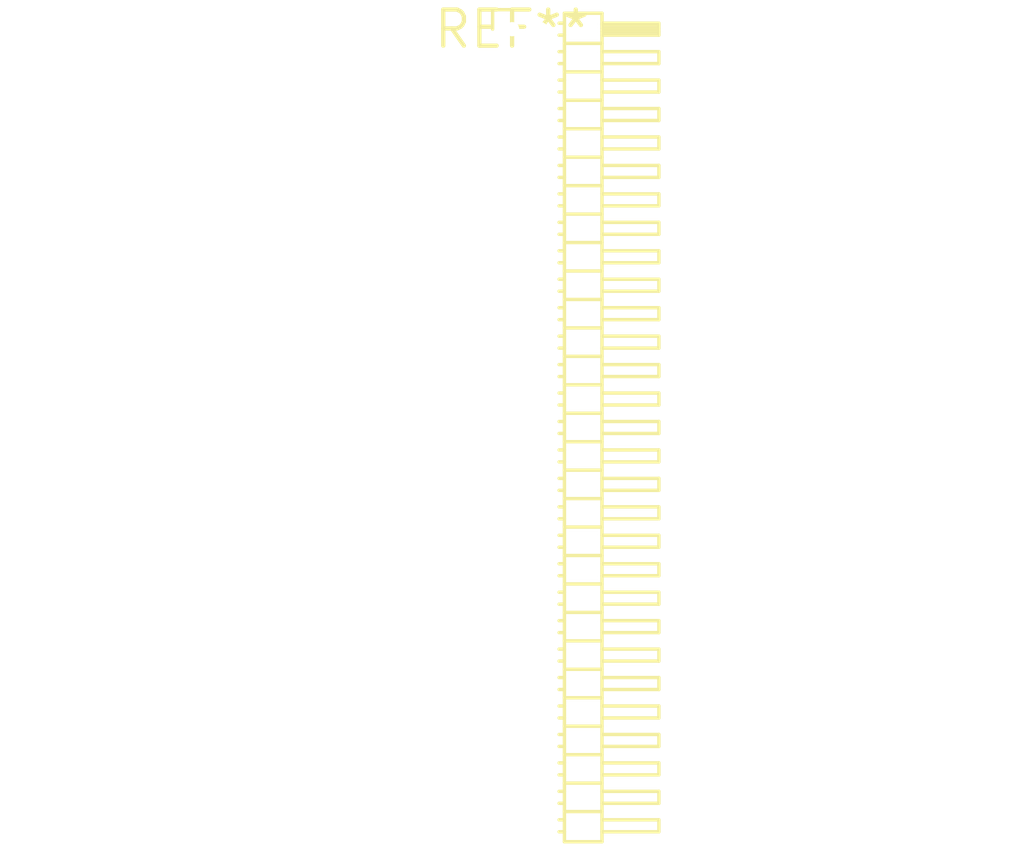
<source format=kicad_pcb>
(kicad_pcb (version 20240108) (generator pcbnew)
  (layers (0 "F.Cu" signal) (31 "B.Cu" signal) (34 "B.Paste" user) (35 "F.Paste" user) (36 "B.SilkS" user "B.Silkscreen") (37 "F.SilkS" user "F.Silkscreen") (38 "B.Mask" user) (39 "F.Mask" user) (44 "Edge.Cuts" user))
  (net 0 "")
  (footprint "PinHeader_2x29_P1.00mm_Horizontal" (layer "F.Cu") (at 0 0)
    (property "Reference" "REF**")
    (property "Value" "PinHeader_2x29_P1.00mm_Horizontal")
    (fp_line (start -0.685 -0.685) (end 0 -0.685) (layer "F.SilkS") (stroke (width 0.12)))
    (fp_line (start -0.685 0) (end -0.685 -0.685) (layer "F.SilkS") (stroke (width 0.12)))
    (fp_line (start 1.652016 -0.21) (end 1.84 -0.21) (layer "F.SilkS") (stroke (width 0.12)))
    (fp_line (start 1.652016 0.21) (end 1.84 0.21) (layer "F.SilkS") (stroke (width 0.12)))
    (fp_line (start 1.652016 0.79) (end 1.84 0.79) (layer "F.SilkS") (stroke (width 0.12)))
    (fp_line (start 1.652016 1.21) (end 1.84 1.21) (layer "F.SilkS") (stroke (width 0.12)))
    (fp_line (start 1.652016 1.79) (end 1.84 1.79) (layer "F.SilkS") (stroke (width 0.12)))
    (fp_line (start 1.652016 2.21) (end 1.84 2.21) (layer "F.SilkS") (stroke (width 0.12)))
    (fp_line (start 1.652016 2.79) (end 1.84 2.79) (layer "F.SilkS") (stroke (width 0.12)))
    (fp_line (start 1.652016 3.21) (end 1.84 3.21) (layer "F.SilkS") (stroke (width 0.12)))
    (fp_line (start 1.652016 3.79) (end 1.84 3.79) (layer "F.SilkS") (stroke (width 0.12)))
    (fp_line (start 1.652016 4.21) (end 1.84 4.21) (layer "F.SilkS") (stroke (width 0.12)))
    (fp_line (start 1.652016 4.79) (end 1.84 4.79) (layer "F.SilkS") (stroke (width 0.12)))
    (fp_line (start 1.652016 5.21) (end 1.84 5.21) (layer "F.SilkS") (stroke (width 0.12)))
    (fp_line (start 1.652016 5.79) (end 1.84 5.79) (layer "F.SilkS") (stroke (width 0.12)))
    (fp_line (start 1.652016 6.21) (end 1.84 6.21) (layer "F.SilkS") (stroke (width 0.12)))
    (fp_line (start 1.652016 6.79) (end 1.84 6.79) (layer "F.SilkS") (stroke (width 0.12)))
    (fp_line (start 1.652016 7.21) (end 1.84 7.21) (layer "F.SilkS") (stroke (width 0.12)))
    (fp_line (start 1.652016 7.79) (end 1.84 7.79) (layer "F.SilkS") (stroke (width 0.12)))
    (fp_line (start 1.652016 8.21) (end 1.84 8.21) (layer "F.SilkS") (stroke (width 0.12)))
    (fp_line (start 1.652016 8.79) (end 1.84 8.79) (layer "F.SilkS") (stroke (width 0.12)))
    (fp_line (start 1.652016 9.21) (end 1.84 9.21) (layer "F.SilkS") (stroke (width 0.12)))
    (fp_line (start 1.652016 9.79) (end 1.84 9.79) (layer "F.SilkS") (stroke (width 0.12)))
    (fp_line (start 1.652016 10.21) (end 1.84 10.21) (layer "F.SilkS") (stroke (width 0.12)))
    (fp_line (start 1.652016 10.79) (end 1.84 10.79) (layer "F.SilkS") (stroke (width 0.12)))
    (fp_line (start 1.652016 11.21) (end 1.84 11.21) (layer "F.SilkS") (stroke (width 0.12)))
    (fp_line (start 1.652016 11.79) (end 1.84 11.79) (layer "F.SilkS") (stroke (width 0.12)))
    (fp_line (start 1.652016 12.21) (end 1.84 12.21) (layer "F.SilkS") (stroke (width 0.12)))
    (fp_line (start 1.652016 12.79) (end 1.84 12.79) (layer "F.SilkS") (stroke (width 0.12)))
    (fp_line (start 1.652016 13.21) (end 1.84 13.21) (layer "F.SilkS") (stroke (width 0.12)))
    (fp_line (start 1.652016 13.79) (end 1.84 13.79) (layer "F.SilkS") (stroke (width 0.12)))
    (fp_line (start 1.652016 14.21) (end 1.84 14.21) (layer "F.SilkS") (stroke (width 0.12)))
    (fp_line (start 1.652016 14.79) (end 1.84 14.79) (layer "F.SilkS") (stroke (width 0.12)))
    (fp_line (start 1.652016 15.21) (end 1.84 15.21) (layer "F.SilkS") (stroke (width 0.12)))
    (fp_line (start 1.652016 15.79) (end 1.84 15.79) (layer "F.SilkS") (stroke (width 0.12)))
    (fp_line (start 1.652016 16.21) (end 1.84 16.21) (layer "F.SilkS") (stroke (width 0.12)))
    (fp_line (start 1.652016 16.79) (end 1.84 16.79) (layer "F.SilkS") (stroke (width 0.12)))
    (fp_line (start 1.652016 17.21) (end 1.84 17.21) (layer "F.SilkS") (stroke (width 0.12)))
    (fp_line (start 1.652016 17.79) (end 1.84 17.79) (layer "F.SilkS") (stroke (width 0.12)))
    (fp_line (start 1.652016 18.21) (end 1.84 18.21) (layer "F.SilkS") (stroke (width 0.12)))
    (fp_line (start 1.652016 18.79) (end 1.84 18.79) (layer "F.SilkS") (stroke (width 0.12)))
    (fp_line (start 1.652016 19.21) (end 1.84 19.21) (layer "F.SilkS") (stroke (width 0.12)))
    (fp_line (start 1.652016 19.79) (end 1.84 19.79) (layer "F.SilkS") (stroke (width 0.12)))
    (fp_line (start 1.652016 20.21) (end 1.84 20.21) (layer "F.SilkS") (stroke (width 0.12)))
    (fp_line (start 1.652016 20.79) (end 1.84 20.79) (layer "F.SilkS") (stroke (width 0.12)))
    (fp_line (start 1.652016 21.21) (end 1.84 21.21) (layer "F.SilkS") (stroke (width 0.12)))
    (fp_line (start 1.652016 21.79) (end 1.84 21.79) (layer "F.SilkS") (stroke (width 0.12)))
    (fp_line (start 1.652016 22.21) (end 1.84 22.21) (layer "F.SilkS") (stroke (width 0.12)))
    (fp_line (start 1.652016 22.79) (end 1.84 22.79) (layer "F.SilkS") (stroke (width 0.12)))
    (fp_line (start 1.652016 23.21) (end 1.84 23.21) (layer "F.SilkS") (stroke (width 0.12)))
    (fp_line (start 1.652016 23.79) (end 1.84 23.79) (layer "F.SilkS") (stroke (width 0.12)))
    (fp_line (start 1.652016 24.21) (end 1.84 24.21) (layer "F.SilkS") (stroke (width 0.12)))
    (fp_line (start 1.652016 24.79) (end 1.84 24.79) (layer "F.SilkS") (stroke (width 0.12)))
    (fp_line (start 1.652016 25.21) (end 1.84 25.21) (layer "F.SilkS") (stroke (width 0.12)))
    (fp_line (start 1.652016 25.79) (end 1.84 25.79) (layer "F.SilkS") (stroke (width 0.12)))
    (fp_line (start 1.652016 26.21) (end 1.84 26.21) (layer "F.SilkS") (stroke (width 0.12)))
    (fp_line (start 1.652016 26.79) (end 1.84 26.79) (layer "F.SilkS") (stroke (width 0.12)))
    (fp_line (start 1.652016 27.21) (end 1.84 27.21) (layer "F.SilkS") (stroke (width 0.12)))
    (fp_line (start 1.652016 27.79) (end 1.84 27.79) (layer "F.SilkS") (stroke (width 0.12)))
    (fp_line (start 1.652016 28.21) (end 1.84 28.21) (layer "F.SilkS") (stroke (width 0.12)))
    (fp_line (start 1.84 -0.56) (end 1.84 28.56) (layer "F.SilkS") (stroke (width 0.12)))
    (fp_line (start 1.84 0.5) (end 3.16 0.5) (layer "F.SilkS") (stroke (width 0.12)))
    (fp_line (start 1.84 1.5) (end 3.16 1.5) (layer "F.SilkS") (stroke (width 0.12)))
    (fp_line (start 1.84 2.5) (end 3.16 2.5) (layer "F.SilkS") (stroke (width 0.12)))
    (fp_line (start 1.84 3.5) (end 3.16 3.5) (layer "F.SilkS") (stroke (width 0.12)))
    (fp_line (start 1.84 4.5) (end 3.16 4.5) (layer "F.SilkS") (stroke (width 0.12)))
    (fp_line (start 1.84 5.5) (end 3.16 5.5) (layer "F.SilkS") (stroke (width 0.12)))
    (fp_line (start 1.84 6.5) (end 3.16 6.5) (layer "F.SilkS") (stroke (width 0.12)))
    (fp_line (start 1.84 7.5) (end 3.16 7.5) (layer "F.SilkS") (stroke (width 0.12)))
    (fp_line (start 1.84 8.5) (end 3.16 8.5) (layer "F.SilkS") (stroke (width 0.12)))
    (fp_line (start 1.84 9.5) (end 3.16 9.5) (layer "F.SilkS") (stroke (width 0.12)))
    (fp_line (start 1.84 10.5) (end 3.16 10.5) (layer "F.SilkS") (stroke (width 0.12)))
    (fp_line (start 1.84 11.5) (end 3.16 11.5) (layer "F.SilkS") (stroke (width 0.12)))
    (fp_line (start 1.84 12.5) (end 3.16 12.5) (layer "F.SilkS") (stroke (width 0.12)))
    (fp_line (start 1.84 13.5) (end 3.16 13.5) (layer "F.SilkS") (stroke (width 0.12)))
    (fp_line (start 1.84 14.5) (end 3.16 14.5) (layer "F.SilkS") (stroke (width 0.12)))
    (fp_line (start 1.84 15.5) (end 3.16 15.5) (layer "F.SilkS") (stroke (width 0.12)))
    (fp_line (start 1.84 16.5) (end 3.16 16.5) (layer "F.SilkS") (stroke (width 0.12)))
    (fp_line (start 1.84 17.5) (end 3.16 17.5) (layer "F.SilkS") (stroke (width 0.12)))
    (fp_line (start 1.84 18.5) (end 3.16 18.5) (layer "F.SilkS") (stroke (width 0.12)))
    (fp_line (start 1.84 19.5) (end 3.16 19.5) (layer "F.SilkS") (stroke (width 0.12)))
    (fp_line (start 1.84 20.5) (end 3.16 20.5) (layer "F.SilkS") (stroke (width 0.12)))
    (fp_line (start 1.84 21.5) (end 3.16 21.5) (layer "F.SilkS") (stroke (width 0.12)))
    (fp_line (start 1.84 22.5) (end 3.16 22.5) (layer "F.SilkS") (stroke (width 0.12)))
    (fp_line (start 1.84 23.5) (end 3.16 23.5) (layer "F.SilkS") (stroke (width 0.12)))
    (fp_line (start 1.84 24.5) (end 3.16 24.5) (layer "F.SilkS") (stroke (width 0.12)))
    (fp_line (start 1.84 25.5) (end 3.16 25.5) (layer "F.SilkS") (stroke (width 0.12)))
    (fp_line (start 1.84 26.5) (end 3.16 26.5) (layer "F.SilkS") (stroke (width 0.12)))
    (fp_line (start 1.84 27.5) (end 3.16 27.5) (layer "F.SilkS") (stroke (width 0.12)))
    (fp_line (start 1.84 28.56) (end 3.16 28.56) (layer "F.SilkS") (stroke (width 0.12)))
    (fp_line (start 3.16 -0.56) (end 1.84 -0.56) (layer "F.SilkS") (stroke (width 0.12)))
    (fp_line (start 3.16 -0.21) (end 5.16 -0.21) (layer "F.SilkS") (stroke (width 0.12)))
    (fp_line (start 3.16 -0.15) (end 5.16 -0.15) (layer "F.SilkS") (stroke (width 0.12)))
    (fp_line (start 3.16 -0.03) (end 5.16 -0.03) (layer "F.SilkS") (stroke (width 0.12)))
    (fp_line (start 3.16 0.09) (end 5.16 0.09) (layer "F.SilkS") (stroke (width 0.12)))
    (fp_line (start 3.16 0.79) (end 5.16 0.79) (layer "F.SilkS") (stroke (width 0.12)))
    (fp_line (start 3.16 1.79) (end 5.16 1.79) (layer "F.SilkS") (stroke (width 0.12)))
    (fp_line (start 3.16 2.79) (end 5.16 2.79) (layer "F.SilkS") (stroke (width 0.12)))
    (fp_line (start 3.16 3.79) (end 5.16 3.79) (layer "F.SilkS") (stroke (width 0.12)))
    (fp_line (start 3.16 4.79) (end 5.16 4.79) (layer "F.SilkS") (stroke (width 0.12)))
    (fp_line (start 3.16 5.79) (end 5.16 5.79) (layer "F.SilkS") (stroke (width 0.12)))
    (fp_line (start 3.16 6.79) (end 5.16 6.79) (layer "F.SilkS") (stroke (width 0.12)))
    (fp_line (start 3.16 7.79) (end 5.16 7.79) (layer "F.SilkS") (stroke (width 0.12)))
    (fp_line (start 3.16 8.79) (end 5.16 8.79) (layer "F.SilkS") (stroke (width 0.12)))
    (fp_line (start 3.16 9.79) (end 5.16 9.79) (layer "F.SilkS") (stroke (width 0.12)))
    (fp_line (start 3.16 10.79) (end 5.16 10.79) (layer "F.SilkS") (stroke (width 0.12)))
    (fp_line (start 3.16 11.79) (end 5.16 11.79) (layer "F.SilkS") (stroke (width 0.12)))
    (fp_line (start 3.16 12.79) (end 5.16 12.79) (layer "F.SilkS") (stroke (width 0.12)))
    (fp_line (start 3.16 13.79) (end 5.16 13.79) (layer "F.SilkS") (stroke (width 0.12)))
    (fp_line (start 3.16 14.79) (end 5.16 14.79) (layer "F.SilkS") (stroke (width 0.12)))
    (fp_line (start 3.16 15.79) (end 5.16 15.79) (layer "F.SilkS") (stroke (width 0.12)))
    (fp_line (start 3.16 16.79) (end 5.16 16.79) (layer "F.SilkS") (stroke (width 0.12)))
    (fp_line (start 3.16 17.79) (end 5.16 17.79) (layer "F.SilkS") (stroke (width 0.12)))
    (fp_line (start 3.16 18.79) (end 5.16 18.79) (layer "F.SilkS") (stroke (width 0.12)))
    (fp_line (start 3.16 19.79) (end 5.16 19.79) (layer "F.SilkS") (stroke (width 0.12)))
    (fp_line (start 3.16 20.79) (end 5.16 20.79) (layer "F.SilkS") (stroke (width 0.12)))
    (fp_line (start 3.16 21.79) (end 5.16 21.79) (layer "F.SilkS") (stroke (width 0.12)))
    (fp_line (start 3.16 22.79) (end 5.16 22.79) (layer "F.SilkS") (stroke (width 0.12)))
    (fp_line (start 3.16 23.79) (end 5.16 23.79) (layer "F.SilkS") (stroke (width 0.12)))
    (fp_line (start 3.16 24.79) (end 5.16 24.79) (layer "F.SilkS") (stroke (width 0.12)))
    (fp_line (start 3.16 25.79) (end 5.16 25.79) (layer "F.SilkS") (stroke (width 0.12)))
    (fp_line (start 3.16 26.79) (end 5.16 26.79) (layer "F.SilkS") (stroke (width 0.12)))
    (fp_line (start 3.16 27.79) (end 5.16 27.79) (layer "F.SilkS") (stroke (width 0.12)))
    (fp_line (start 3.16 28.56) (end 3.16 -0.56) (layer "F.SilkS") (stroke (width 0.12)))
    (fp_line (start 5.16 -0.21) (end 5.16 0.21) (layer "F.SilkS") (stroke (width 0.12)))
    (fp_line (start 5.16 0.21) (end 3.16 0.21) (layer "F.SilkS") (stroke (width 0.12)))
    (fp_line (start 5.16 0.79) (end 5.16 1.21) (layer "F.SilkS") (stroke (width 0.12)))
    (fp_line (start 5.16 1.21) (end 3.16 1.21) (layer "F.SilkS") (stroke (width 0.12)))
    (fp_line (start 5.16 1.79) (end 5.16 2.21) (layer "F.SilkS") (stroke (width 0.12)))
    (fp_line (start 5.16 2.21) (end 3.16 2.21) (layer "F.SilkS") (stroke (width 0.12)))
    (fp_line (start 5.16 2.79) (end 5.16 3.21) (layer "F.SilkS") (stroke (width 0.12)))
    (fp_line (start 5.16 3.21) (end 3.16 3.21) (layer "F.SilkS") (stroke (width 0.12)))
    (fp_line (start 5.16 3.79) (end 5.16 4.21) (layer "F.SilkS") (stroke (width 0.12)))
    (fp_line (start 5.16 4.21) (end 3.16 4.21) (layer "F.SilkS") (stroke (width 0.12)))
    (fp_line (start 5.16 4.79) (end 5.16 5.21) (layer "F.SilkS") (stroke (width 0.12)))
    (fp_line (start 5.16 5.21) (end 3.16 5.21) (layer "F.SilkS") (stroke (width 0.12)))
    (fp_line (start 5.16 5.79) (end 5.16 6.21) (layer "F.SilkS") (stroke (width 0.12)))
    (fp_line (start 5.16 6.21) (end 3.16 6.21) (layer "F.SilkS") (stroke (width 0.12)))
    (fp_line (start 5.16 6.79) (end 5.16 7.21) (layer "F.SilkS") (stroke (width 0.12)))
    (fp_line (start 5.16 7.21) (end 3.16 7.21) (layer "F.SilkS") (stroke (width 0.12)))
    (fp_line (start 5.16 7.79) (end 5.16 8.21) (layer "F.SilkS") (stroke (width 0.12)))
    (fp_line (start 5.16 8.21) (end 3.16 8.21) (layer "F.SilkS") (stroke (width 0.12)))
    (fp_line (start 5.16 8.79) (end 5.16 9.21) (layer "F.SilkS") (stroke (width 0.12)))
    (fp_line (start 5.16 9.21) (end 3.16 9.21) (layer "F.SilkS") (stroke (width 0.12)))
    (fp_line (start 5.16 9.79) (end 5.16 10.21) (layer "F.SilkS") (stroke (width 0.12)))
    (fp_line (start 5.16 10.21) (end 3.16 10.21) (layer "F.SilkS") (stroke (width 0.12)))
    (fp_line (start 5.16 10.79) (end 5.16 11.21) (layer "F.SilkS") (stroke (width 0.12)))
    (fp_line (start 5.16 11.21) (end 3.16 11.21) (layer "F.SilkS") (stroke (width 0.12)))
    (fp_line (start 5.16 11.79) (end 5.16 12.21) (layer "F.SilkS") (stroke (width 0.12)))
    (fp_line (start 5.16 12.21) (end 3.16 12.21) (layer "F.SilkS") (stroke (width 0.12)))
    (fp_line (start 5.16 12.79) (end 5.16 13.21) (layer "F.SilkS") (stroke (width 0.12)))
    (fp_line (start 5.16 13.21) (end 3.16 13.21) (layer "F.SilkS") (stroke (width 0.12)))
    (fp_line (start 5.16 13.79) (end 5.16 14.21) (layer "F.SilkS") (stroke (width 0.12)))
    (fp_line (start 5.16 14.21) (end 3.16 14.21) (layer "F.SilkS") (stroke (width 0.12)))
    (fp_line (start 5.16 14.79) (end 5.16 15.21) (layer "F.SilkS") (stroke (width 0.12)))
    (fp_line (start 5.16 15.21) (end 3.16 15.21) (layer "F.SilkS") (stroke (width 0.12)))
    (fp_line (start 5.16 15.79) (end 5.16 16.21) (layer "F.SilkS") (stroke (width 0.12)))
    (fp_line (start 5.16 16.21) (end 3.16 16.21) (layer "F.SilkS") (stroke (width 0.12)))
    (fp_line (start 5.16 16.79) (end 5.16 17.21) (layer "F.SilkS") (stroke (width 0.12)))
    (fp_line (start 5.16 17.21) (end 3.16 17.21) (layer "F.SilkS") (stroke (width 0.12)))
    (fp_line (start 5.16 17.79) (end 5.16 18.21) (layer "F.SilkS") (stroke (width 0.12)))
    (fp_line (start 5.16 18.21) (end 3.16 18.21) (layer "F.SilkS") (stroke (width 0.12)))
    (fp_line (start 5.16 18.79) (end 5.16 19.21) (layer "F.SilkS") (stroke (width 0.12)))
    (fp_line (start 5.16 19.21) (end 3.16 19.21) (layer "F.SilkS") (stroke (width 0.12)))
    (fp_line (start 5.16 19.79) (end 5.16 20.21) (layer "F.SilkS") (stroke (width 0.12)))
    (fp_line (start 5.16 20.21) (end 3.16 20.21) (layer "F.SilkS") (stroke (width 0.12)))
    (fp_line (start 5.16 20.79) (end 5.16 21.21) (layer "F.SilkS") (stroke (width 0.12)))
    (fp_line (start 5.16 21.21) (end 3.16 21.21) (layer "F.SilkS") (stroke (width 0.12)))
    (fp_line (start 5.16 21.79) (end 5.16 22.21) (layer "F.SilkS") (stroke (width 0.12)))
    (fp_line (start 5.16 22.21) (end 3.16 22.21) (layer "F.SilkS") (stroke (width 0.12)))
    (fp_line (start 5.16 22.79) (end 5.16 23.21) (layer "F.SilkS") (stroke (width 0.12)))
    (fp_line (start 5.16 23.21) (end 3.16 23.21) (layer "F.SilkS") (stroke (width 0.12)))
    (fp_line (start 5.16 23.79) (end 5.16 24.21) (layer "F.SilkS") (stroke (width 0.12)))
    (fp_line (start 5.16 24.21) (end 3.16 24.21) (layer "F.SilkS") (stroke (width 0.12)))
    (fp_line (start 5.16 24.79) (end 5.16 25.21) (layer "F.SilkS") (stroke (width 0.12)))
    (fp_line (start 5.16 25.21) (end 3.16 25.21) (layer "F.SilkS") (stroke (width 0.12)))
    (fp_line (start 5.16 25.79) (end 5.16 26.21) (layer "F.SilkS") (stroke (width 0.12)))
    (fp_line (start 5.16 26.21) (end 3.16 26.21) (layer "F.SilkS") (stroke (width 0.12)))
    (fp_line (start 5.16 26.79) (end 5.16 27.21) (layer "F.SilkS") (stroke (width 0.12)))
    (fp_line (start 5.16 27.21) (end 3.16 27.21) (layer "F.SilkS") (stroke (width 0.12)))
    (fp_line (start 5.16 27.79) (end 5.16 28.21) (layer "F.SilkS") (stroke (width 0.12)))
    (fp_line (start 5.16 28.21) (end 3.16 28.21) (layer "F.SilkS") (stroke (width 0.12)))
    (pad "1" thru_hole rect (at 0 0) (size 0.85 0.85) (drill 0.5) (layers *.Cu *.Mask) (remove_unused_layers))
    (pad "2" thru_hole oval (at 1 0) (size 0.85 0.85) (drill 0.5) (layers *.Cu *.Mask) (remove_unused_layers))
    (pad "3" thru_hole oval (at 0 1) (size 0.85 0.85) (drill 0.5) (layers *.Cu *.Mask) (remove_unused_layers))
    (pad "4" thru_hole oval (at 1 1) (size 0.85 0.85) (drill 0.5) (layers *.Cu *.Mask) (remove_unused_layers))
    (pad "5" thru_hole oval (at 0 2) (size 0.85 0.85) (drill 0.5) (layers *.Cu *.Mask) (remove_unused_layers))
    (pad "6" thru_hole oval (at 1 2) (size 0.85 0.85) (drill 0.5) (layers *.Cu *.Mask) (remove_unused_layers))
    (pad "7" thru_hole oval (at 0 3) (size 0.85 0.85) (drill 0.5) (layers *.Cu *.Mask) (remove_unused_layers))
    (pad "8" thru_hole oval (at 1 3) (size 0.85 0.85) (drill 0.5) (layers *.Cu *.Mask) (remove_unused_layers))
    (pad "9" thru_hole oval (at 0 4) (size 0.85 0.85) (drill 0.5) (layers *.Cu *.Mask) (remove_unused_layers))
    (pad "10" thru_hole oval (at 1 4) (size 0.85 0.85) (drill 0.5) (layers *.Cu *.Mask) (remove_unused_layers))
    (pad "11" thru_hole oval (at 0 5) (size 0.85 0.85) (drill 0.5) (layers *.Cu *.Mask) (remove_unused_layers))
    (pad "12" thru_hole oval (at 1 5) (size 0.85 0.85) (drill 0.5) (layers *.Cu *.Mask) (remove_unused_layers))
    (pad "13" thru_hole oval (at 0 6) (size 0.85 0.85) (drill 0.5) (layers *.Cu *.Mask) (remove_unused_layers))
    (pad "14" thru_hole oval (at 1 6) (size 0.85 0.85) (drill 0.5) (layers *.Cu *.Mask) (remove_unused_layers))
    (pad "15" thru_hole oval (at 0 7) (size 0.85 0.85) (drill 0.5) (layers *.Cu *.Mask) (remove_unused_layers))
    (pad "16" thru_hole oval (at 1 7) (size 0.85 0.85) (drill 0.5) (layers *.Cu *.Mask) (remove_unused_layers))
    (pad "17" thru_hole oval (at 0 8) (size 0.85 0.85) (drill 0.5) (layers *.Cu *.Mask) (remove_unused_layers))
    (pad "18" thru_hole oval (at 1 8) (size 0.85 0.85) (drill 0.5) (layers *.Cu *.Mask) (remove_unused_layers))
    (pad "19" thru_hole oval (at 0 9) (size 0.85 0.85) (drill 0.5) (layers *.Cu *.Mask) (remove_unused_layers))
    (pad "20" thru_hole oval (at 1 9) (size 0.85 0.85) (drill 0.5) (layers *.Cu *.Mask) (remove_unused_layers))
    (pad "21" thru_hole oval (at 0 10) (size 0.85 0.85) (drill 0.5) (layers *.Cu *.Mask) (remove_unused_layers))
    (pad "22" thru_hole oval (at 1 10) (size 0.85 0.85) (drill 0.5) (layers *.Cu *.Mask) (remove_unused_layers))
    (pad "23" thru_hole oval (at 0 11) (size 0.85 0.85) (drill 0.5) (layers *.Cu *.Mask) (remove_unused_layers))
    (pad "24" thru_hole oval (at 1 11) (size 0.85 0.85) (drill 0.5) (layers *.Cu *.Mask) (remove_unused_layers))
    (pad "25" thru_hole oval (at 0 12) (size 0.85 0.85) (drill 0.5) (layers *.Cu *.Mask) (remove_unused_layers))
    (pad "26" thru_hole oval (at 1 12) (size 0.85 0.85) (drill 0.5) (layers *.Cu *.Mask) (remove_unused_layers))
    (pad "27" thru_hole oval (at 0 13) (size 0.85 0.85) (drill 0.5) (layers *.Cu *.Mask) (remove_unused_layers))
    (pad "28" thru_hole oval (at 1 13) (size 0.85 0.85) (drill 0.5) (layers *.Cu *.Mask) (remove_unused_layers))
    (pad "29" thru_hole oval (at 0 14) (size 0.85 0.85) (drill 0.5) (layers *.Cu *.Mask) (remove_unused_layers))
    (pad "30" thru_hole oval (at 1 14) (size 0.85 0.85) (drill 0.5) (layers *.Cu *.Mask) (remove_unused_layers))
    (pad "31" thru_hole oval (at 0 15) (size 0.85 0.85) (drill 0.5) (layers *.Cu *.Mask) (remove_unused_layers))
    (pad "32" thru_hole oval (at 1 15) (size 0.85 0.85) (drill 0.5) (layers *.Cu *.Mask) (remove_unused_layers))
    (pad "33" thru_hole oval (at 0 16) (size 0.85 0.85) (drill 0.5) (layers *.Cu *.Mask) (remove_unused_layers))
    (pad "34" thru_hole oval (at 1 16) (size 0.85 0.85) (drill 0.5) (layers *.Cu *.Mask) (remove_unused_layers))
    (pad "35" thru_hole oval (at 0 17) (size 0.85 0.85) (drill 0.5) (layers *.Cu *.Mask) (remove_unused_layers))
    (pad "36" thru_hole oval (at 1 17) (size 0.85 0.85) (drill 0.5) (layers *.Cu *.Mask) (remove_unused_layers))
    (pad "37" thru_hole oval (at 0 18) (size 0.85 0.85) (drill 0.5) (layers *.Cu *.Mask) (remove_unused_layers))
    (pad "38" thru_hole oval (at 1 18) (size 0.85 0.85) (drill 0.5) (layers *.Cu *.Mask) (remove_unused_layers))
    (pad "39" thru_hole oval (at 0 19) (size 0.85 0.85) (drill 0.5) (layers *.Cu *.Mask) (remove_unused_layers))
    (pad "40" thru_hole oval (at 1 19) (size 0.85 0.85) (drill 0.5) (layers *.Cu *.Mask) (remove_unused_layers))
    (pad "41" thru_hole oval (at 0 20) (size 0.85 0.85) (drill 0.5) (layers *.Cu *.Mask) (remove_unused_layers))
    (pad "42" thru_hole oval (at 1 20) (size 0.85 0.85) (drill 0.5) (layers *.Cu *.Mask) (remove_unused_layers))
    (pad "43" thru_hole oval (at 0 21) (size 0.85 0.85) (drill 0.5) (layers *.Cu *.Mask) (remove_unused_layers))
    (pad "44" thru_hole oval (at 1 21) (size 0.85 0.85) (drill 0.5) (layers *.Cu *.Mask) (remove_unused_layers))
    (pad "45" thru_hole oval (at 0 22) (size 0.85 0.85) (drill 0.5) (layers *.Cu *.Mask) (remove_unused_layers))
    (pad "46" thru_hole oval (at 1 22) (size 0.85 0.85) (drill 0.5) (layers *.Cu *.Mask) (remove_unused_layers))
    (pad "47" thru_hole oval (at 0 23) (size 0.85 0.85) (drill 0.5) (layers *.Cu *.Mask) (remove_unused_layers))
    (pad "48" thru_hole oval (at 1 23) (size 0.85 0.85) (drill 0.5) (layers *.Cu *.Mask) (remove_unused_layers))
    (pad "49" thru_hole oval (at 0 24) (size 0.85 0.85) (drill 0.5) (layers *.Cu *.Mask) (remove_unused_layers))
    (pad "50" thru_hole oval (at 1 24) (size 0.85 0.85) (drill 0.5) (layers *.Cu *.Mask) (remove_unused_layers))
    (pad "51" thru_hole oval (at 0 25) (size 0.85 0.85) (drill 0.5) (layers *.Cu *.Mask) (remove_unused_layers))
    (pad "52" thru_hole oval (at 1 25) (size 0.85 0.85) (drill 0.5) (layers *.Cu *.Mask) (remove_unused_layers))
    (pad "53" thru_hole oval (at 0 26) (size 0.85 0.85) (drill 0.5) (layers *.Cu *.Mask) (remove_unused_layers))
    (pad "54" thru_hole oval (at 1 26) (size 0.85 0.85) (drill 0.5) (layers *.Cu *.Mask) (remove_unused_layers))
    (pad "55" thru_hole oval (at 0 27) (size 0.85 0.85) (drill 0.5) (layers *.Cu *.Mask) (remove_unused_layers))
    (pad "56" thru_hole oval (at 1 27) (size 0.85 0.85) (drill 0.5) (layers *.Cu *.Mask) (remove_unused_layers))
    (pad "57" thru_hole oval (at 0 28) (size 0.85 0.85) (drill 0.5) (layers *.Cu *.Mask) (remove_unused_layers))
    (pad "58" thru_hole oval (at 1 28) (size 0.85 0.85) (drill 0.5) (layers *.Cu *.Mask) (remove_unused_layers))
  )
)
</source>
